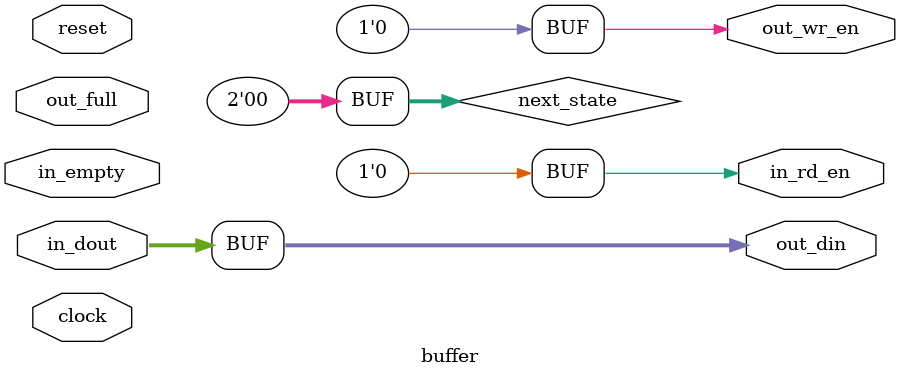
<source format=v>
`timescale 1 ns / 1 ns

module buffer #(
    parameter integer IMG_WIDTH = 720, //8 bits
    parameter integer IMG_HEIGHT = 540 //8*9 bits
)(
    input wire clock,
    input wire reset,

    //fifo in
    output reg in_rd_en,
    input wire [7:0] in_dout, //{1443, 723, 3}, i.e. larget index will grab largest pixel number
    input wire in_empty,

    //fifo out
    output reg out_wr_en,
    output reg [7:0] out_din,
    input wire out_full
);

//DWIDTH_IN = 8

    //coordinates in our image 

    reg [15:0] count,count_c;


    reg [12:0] x,x_c,y,y_c;

    reg[1:0] state,next_state;

    localparam s0 = 2'b00;
    localparam s1 = 2'b01;
    localparam s2 = 2'b10;
    localparam s3 = 2'b11;

    always @(posedge clock, posedge reset) begin
        if (reset == 1'b1) begin
            count <= 'b0;
            x <= 'b0;
            y <= 'b0;
            state <= s0;

        end else if (clock == 1'b1) begin
            x <= x_c;
            y <= y_c;
            count <= count_c;
            state <= next_state;
        end
    end


//how do we know what to do when we get to a new image???
    //always @(state,in_empty,in_dout,out_full,x,y,shift_reg,count) begin
    always @(*) begin
        next_state <= state;
        //what do I put for in_rd_en for each of these states?
        in_rd_en <= 1'b0;
        out_wr_en <= 1'b0;
        out_din <= in_dout;
        //count_c <= count;
        x_c <= x;
        y_c <= y;


        case(state) 
        //prologue, write 0s to output fifo until img_width + 1 cycles have gone by (MIGHT NEED TO BE IF x==IMG_WIDTH)
        s0: begin
            //first row
            if(y == 'b0 && out_full == 1'b0) begin
                //output 0 to the out_din
                x_c <= x+1;
                out_din <= 0;
                out_wr_en <= 1'b1;
                if (x == IMG_WIDTH + 1) begin
                    x_c <= 0;
                    y_c <= y+1;
                    //now we are ready to output a line of our data
                    next_state <= s1;
                end
            end
            
        

        end
        s1: begin
            if(x == 0 && out_full == 0) begin
                x_c <= x+1;
                out_din <= 0;
                out_wr_en <= 1'b1;
            end
            else if(x == IMG_WIDTH + 1 && out_full == 0) begin
                x_c <= 0;
                y_c <= y+1;
                out_din <= 0;
                out_wr_en <= 1'b1;
                if(y == IMG_HEIGHT) begin
                    next_state <= s2;
                end
            end
            else if(out_full == 0 && in_empty == 0) begin
                //read from fifo 
                //only case where we read from input fifo
                in_rd_en <= 1'b1;
                out_din <= in_dout;
                //set rd_en and wr_en
            end
        end
        //epilogue happens when we finish one frame(we know y==height + 1)
        s2: begin
            if(out_full == 0) begin
                //output 0 to the out_din
                x_c <= x+1;
                out_din <= 0;
                out_wr_en <= 1'b1;
                if (x == IMG_WIDTH + 1) begin
                    x_c <= 0;
                    y_c <= 0;
                    //prepare for the next frame
                    state <= s0;
                end
            end

        end
/*
        s0: begin  //first state that inserts 0 into first row
            if(in_empty == 1'b0) begin
                //don't want to read until we have outputted the first row of zeros
                out_wr_en <= 1'b1;
                count_c <= count + 16'b1;
                if(count >= IMG_WIDTH) begin //total number of times we output a 0 to output fifo is IMG_WIDTH + 1
                    //reset count to 0 and move on
                    count_c <= 'b0;
                    next_state <= s1;
                end
            end


        end
        //state that adds 2 0 values to the fifo out, which is just padding
        s1: begin
            if(in_empty == 1'b0) begin
                //in_rd_en <= 1'b1;
                count_c <= count + 16'b1;
                out_wr_en <= 1'b1;
                if(count >= 1) begin //add 2 more 0 to the output fifo, then begin passing actual data through the fifo
                    //reset count to 0 and move on
                    count_c <= 'b0;
                    next_state <= s2;
                end
                //next_state <= s1;

            end
        end
        s2: begin
            if(out_full == 1'b0) begin
                out_wr_en <= 1'b1;
                out_din <= in_dout;
                if(count >= IMG_WIDTH - 1) begin //total number of times we output a 0 to output fifo is IMG_WIDTH + 1
                    //reset count to 0 and move on
                    count_c <= 'b0;
                    next_state <= s1;
                end
                //next_state <= s1;
                
            end
        end
        */
        default: begin
            next_state <= s0;
        end

    endcase
    
   end

endmodule
</source>
